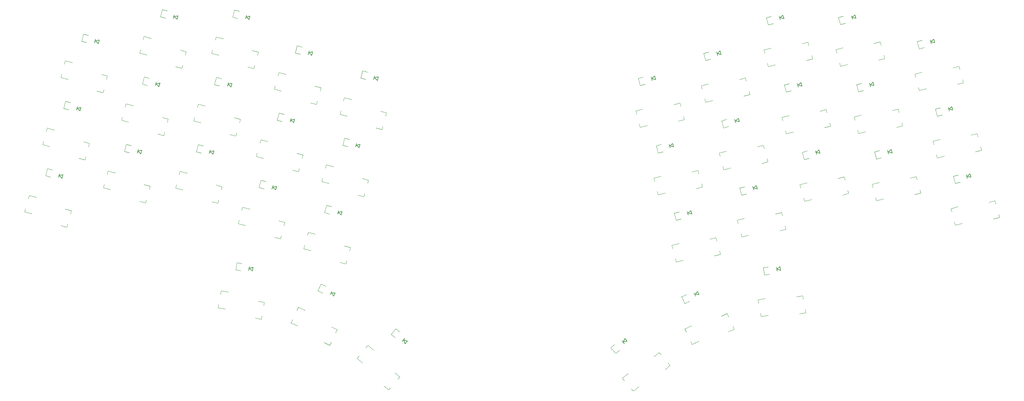
<source format=gbr>
%TF.GenerationSoftware,KiCad,Pcbnew,8.0.1*%
%TF.CreationDate,2024-04-02T20:58:10+09:00*%
%TF.ProjectId,lazyboy36,6c617a79-626f-4793-9336-2e6b69636164,rev?*%
%TF.SameCoordinates,Original*%
%TF.FileFunction,Legend,Bot*%
%TF.FilePolarity,Positive*%
%FSLAX46Y46*%
G04 Gerber Fmt 4.6, Leading zero omitted, Abs format (unit mm)*
G04 Created by KiCad (PCBNEW 8.0.1) date 2024-04-02 20:58:10*
%MOMM*%
%LPD*%
G01*
G04 APERTURE LIST*
%ADD10C,0.120000*%
%ADD11C,0.150000*%
G04 APERTURE END LIST*
D10*
%TO.C,SW21*%
X14690718Y-108885757D02*
X14936596Y-107968127D01*
X14690718Y-108885757D02*
X16622570Y-109403395D01*
X15907166Y-104345905D02*
X15661289Y-105263535D01*
X15907166Y-104345905D02*
X17839019Y-104863543D01*
X26203253Y-113057571D02*
X24561179Y-112617579D01*
X26203253Y-113057571D02*
X26436190Y-112188238D01*
X27419703Y-108517720D02*
X25777629Y-108077727D01*
X27419703Y-108517720D02*
X27173823Y-109435349D01*
%TO.C,SW4*%
X82860213Y-75284382D02*
X83106091Y-74366752D01*
X82860213Y-75284382D02*
X84792065Y-75802020D01*
X84076661Y-70744530D02*
X83830784Y-71662160D01*
X84076661Y-70744530D02*
X86008514Y-71262168D01*
X94372748Y-79456196D02*
X92730674Y-79016204D01*
X94372748Y-79456196D02*
X94605685Y-78586863D01*
X95589198Y-74916345D02*
X93947124Y-74476352D01*
X95589198Y-74916345D02*
X95343318Y-75833974D01*
%TO.C,SW24*%
X72999206Y-112086156D02*
X73245084Y-111168526D01*
X72999206Y-112086156D02*
X74931058Y-112603794D01*
X74215654Y-107546304D02*
X73969777Y-108463934D01*
X74215654Y-107546304D02*
X76147507Y-108063942D01*
X84511741Y-116257970D02*
X82869667Y-115817978D01*
X84511741Y-116257970D02*
X84744678Y-115388637D01*
X85728191Y-111718119D02*
X84086117Y-111278126D01*
X85728191Y-111718119D02*
X85482311Y-112635748D01*
%TO.C,SW29*%
X259325638Y-103705380D02*
X259092700Y-102836047D01*
X259325638Y-103705380D02*
X257683564Y-104145374D01*
X258109188Y-99165529D02*
X258355066Y-100083158D01*
X258109188Y-99165529D02*
X256467114Y-99605521D01*
X247269582Y-105848749D02*
X249201434Y-105331112D01*
X247269582Y-105848749D02*
X247023704Y-104931121D01*
X246053133Y-101308899D02*
X247984985Y-100791261D01*
X246053133Y-101308899D02*
X246299011Y-102226529D01*
%TO.C,SW25*%
X90882455Y-118948510D02*
X91128333Y-118030880D01*
X90882455Y-118948510D02*
X92814307Y-119466148D01*
X92098903Y-114408658D02*
X91853026Y-115326288D01*
X92098903Y-114408658D02*
X94030756Y-114926296D01*
X102394990Y-123120324D02*
X100752916Y-122680332D01*
X102394990Y-123120324D02*
X102627927Y-122250991D01*
X103611440Y-118580473D02*
X101969366Y-118140480D01*
X103611440Y-118580473D02*
X103365560Y-119498102D01*
%TO.C,SW26*%
X204640615Y-120428740D02*
X204407677Y-119559407D01*
X204640615Y-120428740D02*
X202998541Y-120868734D01*
X203424165Y-115888889D02*
X203670043Y-116806518D01*
X203424165Y-115888889D02*
X201782091Y-116328881D01*
X192584559Y-122572109D02*
X194516411Y-122054472D01*
X192584559Y-122572109D02*
X192338681Y-121654481D01*
X191368110Y-118032259D02*
X193299962Y-117514621D01*
X191368110Y-118032259D02*
X191613988Y-118949889D01*
%TO.C,SW16*%
X199710112Y-102027853D02*
X199477174Y-101158520D01*
X199710112Y-102027853D02*
X198068038Y-102467847D01*
X198493662Y-97488002D02*
X198739540Y-98405631D01*
X198493662Y-97488002D02*
X196851588Y-97927994D01*
X187654056Y-104171222D02*
X189585908Y-103653585D01*
X187654056Y-104171222D02*
X187408178Y-103253594D01*
X186437607Y-99631372D02*
X188369459Y-99113734D01*
X186437607Y-99631372D02*
X186683485Y-100549002D01*
%TO.C,SW14*%
X77929710Y-93685269D02*
X78175588Y-92767639D01*
X77929710Y-93685269D02*
X79861562Y-94202907D01*
X79146158Y-89145417D02*
X78900281Y-90063047D01*
X79146158Y-89145417D02*
X81078011Y-89663055D01*
X89442245Y-97857083D02*
X87800171Y-97417091D01*
X89442245Y-97857083D02*
X89675182Y-96987750D01*
X90658695Y-93317232D02*
X89016621Y-92877239D01*
X90658695Y-93317232D02*
X90412815Y-94234861D01*
%TO.C,SW9*%
X249464632Y-66903606D02*
X249231694Y-66034273D01*
X249464632Y-66903606D02*
X247822558Y-67343600D01*
X248248182Y-62363755D02*
X248494060Y-63281384D01*
X248248182Y-62363755D02*
X246606108Y-62803747D01*
X237408576Y-69046975D02*
X239340428Y-68529338D01*
X237408576Y-69046975D02*
X237162698Y-68129347D01*
X236192127Y-64507125D02*
X238123979Y-63989487D01*
X236192127Y-64507125D02*
X236438005Y-65424755D01*
%TO.C,SW12*%
X41127935Y-83824263D02*
X41373813Y-82906633D01*
X41127935Y-83824263D02*
X43059787Y-84341901D01*
X42344383Y-79284411D02*
X42098506Y-80202041D01*
X42344383Y-79284411D02*
X44276236Y-79802049D01*
X52640470Y-87996077D02*
X50998396Y-87556085D01*
X52640470Y-87996077D02*
X52873407Y-87126744D01*
X53856920Y-83456226D02*
X52214846Y-83016233D01*
X53856920Y-83456226D02*
X53611040Y-84373855D01*
%TO.C,SW1*%
X24551722Y-72083983D02*
X24797600Y-71166353D01*
X24551722Y-72083983D02*
X26483574Y-72601621D01*
X25768170Y-67544131D02*
X25522293Y-68461761D01*
X25768170Y-67544131D02*
X27700023Y-68061769D01*
X36064257Y-76255797D02*
X34422183Y-75815805D01*
X36064257Y-76255797D02*
X36297194Y-75386464D01*
X37280707Y-71715946D02*
X35638633Y-71275953D01*
X37280707Y-71715946D02*
X37034827Y-72633575D01*
%TO.C,SW6*%
X194779609Y-83626966D02*
X194546671Y-82757633D01*
X194779609Y-83626966D02*
X193137535Y-84066960D01*
X193563159Y-79087115D02*
X193809037Y-80004744D01*
X193563159Y-79087115D02*
X191921085Y-79527107D01*
X182723553Y-85770335D02*
X184655405Y-85252698D01*
X182723553Y-85770335D02*
X182477675Y-84852707D01*
X181507104Y-81230485D02*
X183438956Y-80712847D01*
X181507104Y-81230485D02*
X181752982Y-82148115D01*
%TO.C,SW10*%
X270971349Y-73564212D02*
X270738411Y-72694879D01*
X270971349Y-73564212D02*
X269329275Y-74004206D01*
X269754899Y-69024361D02*
X270000777Y-69941990D01*
X269754899Y-69024361D02*
X268112825Y-69464353D01*
X258915293Y-75707581D02*
X260847145Y-75189944D01*
X258915293Y-75707581D02*
X258669415Y-74789953D01*
X257698844Y-71167731D02*
X259630696Y-70650093D01*
X257698844Y-71167731D02*
X257944722Y-72085361D01*
%TO.C,SW17*%
X217593361Y-95165498D02*
X217360423Y-94296165D01*
X217593361Y-95165498D02*
X215951287Y-95605492D01*
X216376911Y-90625647D02*
X216622789Y-91543276D01*
X216376911Y-90625647D02*
X214734837Y-91065639D01*
X205537305Y-97308867D02*
X207469157Y-96791230D01*
X205537305Y-97308867D02*
X205291427Y-96391239D01*
X204320856Y-92769017D02*
X206252708Y-92251379D01*
X204320856Y-92769017D02*
X204566734Y-93686647D01*
%TO.C,SW35*%
X208401361Y-140921708D02*
X208021005Y-140106031D01*
X208401361Y-140921708D02*
X206860638Y-141640159D01*
X206415056Y-136662062D02*
X206816543Y-137523054D01*
X206415056Y-136662062D02*
X204874332Y-137380513D01*
X196900657Y-145126028D02*
X198713273Y-144280791D01*
X196900657Y-145126028D02*
X196499170Y-144265035D01*
X194914351Y-140866381D02*
X196726967Y-140021145D01*
X194914351Y-140866381D02*
X195315839Y-141727374D01*
%TO.C,SW28*%
X239630657Y-103806253D02*
X239397719Y-102936920D01*
X239630657Y-103806253D02*
X237988583Y-104246247D01*
X238414207Y-99266402D02*
X238660085Y-100184031D01*
X238414207Y-99266402D02*
X236772133Y-99706394D01*
X227574601Y-105949622D02*
X229506453Y-105431985D01*
X227574601Y-105949622D02*
X227328723Y-105031994D01*
X226358152Y-101409772D02*
X228290004Y-100892134D01*
X226358152Y-101409772D02*
X226604030Y-102327402D01*
%TO.C,SW3*%
X65753421Y-65524250D02*
X65999299Y-64606620D01*
X65753421Y-65524250D02*
X67685273Y-66041888D01*
X66969869Y-60984398D02*
X66723992Y-61902028D01*
X66969869Y-60984398D02*
X68901722Y-61502036D01*
X77265956Y-69696064D02*
X75623882Y-69256072D01*
X77265956Y-69696064D02*
X77498893Y-68826731D01*
X78482406Y-65156213D02*
X76840332Y-64716220D01*
X78482406Y-65156213D02*
X78236526Y-66073842D01*
%TO.C,SW31*%
X67485526Y-135076473D02*
X67650492Y-134140906D01*
X67485526Y-135076473D02*
X69455142Y-135423770D01*
X68301673Y-130447877D02*
X68136707Y-131383444D01*
X68301673Y-130447877D02*
X70271288Y-130795173D01*
X79317850Y-138229029D02*
X77643677Y-137933827D01*
X79317850Y-138229029D02*
X79474133Y-137342702D01*
X80133997Y-133600433D02*
X78459823Y-133305231D01*
X80133997Y-133600433D02*
X79969031Y-134536000D01*
%TO.C,SW32*%
X87401010Y-139209240D02*
X87802497Y-138348248D01*
X87401010Y-139209240D02*
X89213625Y-140054477D01*
X89387316Y-134949593D02*
X88985828Y-135810586D01*
X89387316Y-134949593D02*
X91199931Y-135794830D01*
X98014216Y-145316806D02*
X96473492Y-144598355D01*
X98014216Y-145316806D02*
X98394572Y-144501129D01*
X100000520Y-141057159D02*
X98459798Y-140338708D01*
X100000520Y-141057159D02*
X99599034Y-141918152D01*
%TO.C,SW23*%
X55892414Y-102326024D02*
X56138292Y-101408394D01*
X55892414Y-102326024D02*
X57824266Y-102843662D01*
X57108862Y-97786172D02*
X56862985Y-98703802D01*
X57108862Y-97786172D02*
X59040715Y-98303810D01*
X67404949Y-106497838D02*
X65762875Y-106057846D01*
X67404949Y-106497838D02*
X67637886Y-105628505D01*
X68621399Y-101957987D02*
X66979325Y-101517994D01*
X68621399Y-101957987D02*
X68375519Y-102875616D01*
%TO.C,SW22*%
X36197432Y-102225150D02*
X36443310Y-101307520D01*
X36197432Y-102225150D02*
X38129284Y-102742788D01*
X37413880Y-97685298D02*
X37168003Y-98602928D01*
X37413880Y-97685298D02*
X39345733Y-98202936D01*
X47709967Y-106396964D02*
X46067893Y-105956972D01*
X47709967Y-106396964D02*
X47942904Y-105527631D01*
X48926417Y-101857113D02*
X47284343Y-101417120D01*
X48926417Y-101857113D02*
X48680537Y-102774742D01*
%TO.C,SW34*%
X190892527Y-150876965D02*
X190314018Y-150187525D01*
X190892527Y-150876965D02*
X189590251Y-151969704D01*
X187871425Y-147276557D02*
X188482073Y-148004299D01*
X187871425Y-147276557D02*
X186569149Y-148369295D01*
X180871858Y-157914628D02*
X182403946Y-156629052D01*
X180871858Y-157914628D02*
X180261209Y-157186885D01*
X177850756Y-154314219D02*
X179382845Y-153028643D01*
X177850756Y-154314219D02*
X178461404Y-155041961D01*
%TO.C,SW19*%
X254395135Y-85304493D02*
X254162197Y-84435160D01*
X254395135Y-85304493D02*
X252753061Y-85744487D01*
X253178685Y-80764642D02*
X253424563Y-81682271D01*
X253178685Y-80764642D02*
X251536611Y-81204634D01*
X242339079Y-87447862D02*
X244270931Y-86930225D01*
X242339079Y-87447862D02*
X242093201Y-86530234D01*
X241122630Y-82908012D02*
X243054482Y-82390374D01*
X241122630Y-82908012D02*
X241368508Y-83825642D01*
%TO.C,SW7*%
X212662858Y-76764611D02*
X212429920Y-75895278D01*
X212662858Y-76764611D02*
X211020784Y-77204605D01*
X211446408Y-72224760D02*
X211692286Y-73142389D01*
X211446408Y-72224760D02*
X209804334Y-72664752D01*
X200606802Y-78907980D02*
X202538654Y-78390343D01*
X200606802Y-78907980D02*
X200360924Y-77990352D01*
X199390353Y-74368130D02*
X201322205Y-73850492D01*
X199390353Y-74368130D02*
X199636231Y-75285760D01*
%TO.C,SW13*%
X60822917Y-83925137D02*
X61068795Y-83007507D01*
X60822917Y-83925137D02*
X62754769Y-84442775D01*
X62039365Y-79385285D02*
X61793488Y-80302915D01*
X62039365Y-79385285D02*
X63971218Y-79902923D01*
X72335452Y-88096951D02*
X70693378Y-87656959D01*
X72335452Y-88096951D02*
X72568389Y-87227618D01*
X73551902Y-83557100D02*
X71909828Y-83117107D01*
X73551902Y-83557100D02*
X73306022Y-84474729D01*
%TO.C,SW2*%
X46058439Y-65423376D02*
X46304317Y-64505746D01*
X46058439Y-65423376D02*
X47990291Y-65941014D01*
X47274887Y-60883524D02*
X47029010Y-61801154D01*
X47274887Y-60883524D02*
X49206740Y-61401162D01*
X57570974Y-69595190D02*
X55928900Y-69155198D01*
X57570974Y-69595190D02*
X57803911Y-68725857D01*
X58787424Y-65055339D02*
X57145350Y-64615346D01*
X58787424Y-65055339D02*
X58541544Y-65972968D01*
%TO.C,SW33*%
X105393496Y-148915469D02*
X106004144Y-148187727D01*
X105393496Y-148915469D02*
X106925585Y-150201044D01*
X108414598Y-145315060D02*
X107803950Y-146042802D01*
X108414598Y-145315060D02*
X109946687Y-146600635D01*
X114064311Y-157561825D02*
X112762036Y-156469086D01*
X114064311Y-157561825D02*
X114642820Y-156872385D01*
X117085413Y-153961416D02*
X115783138Y-152868677D01*
X117085413Y-153961416D02*
X116474765Y-154689158D01*
%TO.C,SW18*%
X234700153Y-85405366D02*
X234467215Y-84536033D01*
X234700153Y-85405366D02*
X233058079Y-85845360D01*
X233483703Y-80865515D02*
X233729581Y-81783144D01*
X233483703Y-80865515D02*
X231841629Y-81305507D01*
X222644097Y-87548735D02*
X224575949Y-87031098D01*
X222644097Y-87548735D02*
X222398219Y-86631107D01*
X221427648Y-83008885D02*
X223359500Y-82491247D01*
X221427648Y-83008885D02*
X221673526Y-83926515D01*
%TO.C,SW15*%
X95812959Y-100547623D02*
X96058837Y-99629993D01*
X95812959Y-100547623D02*
X97744811Y-101065261D01*
X97029407Y-96007771D02*
X96783530Y-96925401D01*
X97029407Y-96007771D02*
X98961260Y-96525409D01*
X107325494Y-104719437D02*
X105683420Y-104279445D01*
X107325494Y-104719437D02*
X107558431Y-103850104D01*
X108541944Y-100179586D02*
X106899870Y-99739593D01*
X108541944Y-100179586D02*
X108296064Y-101097215D01*
%TO.C,SW11*%
X19621220Y-90484870D02*
X19867098Y-89567240D01*
X19621220Y-90484870D02*
X21553072Y-91002508D01*
X20837668Y-85945018D02*
X20591791Y-86862648D01*
X20837668Y-85945018D02*
X22769521Y-86462656D01*
X31133755Y-94656684D02*
X29491681Y-94216692D01*
X31133755Y-94656684D02*
X31366692Y-93787351D01*
X32350205Y-90116833D02*
X30708131Y-89676840D01*
X32350205Y-90116833D02*
X32104325Y-91034462D01*
%TO.C,SW27*%
X222523864Y-113566385D02*
X222290926Y-112697052D01*
X222523864Y-113566385D02*
X220881790Y-114006379D01*
X221307414Y-109026534D02*
X221553292Y-109944163D01*
X221307414Y-109026534D02*
X219665340Y-109466526D01*
X210467808Y-115709754D02*
X212399660Y-115192117D01*
X210467808Y-115709754D02*
X210221930Y-114792126D01*
X209251359Y-111169904D02*
X211183211Y-110652266D01*
X209251359Y-111169904D02*
X209497237Y-112087534D01*
%TO.C,SW20*%
X275901852Y-91965099D02*
X275668914Y-91095766D01*
X275901852Y-91965099D02*
X274259778Y-92405093D01*
X274685402Y-87425248D02*
X274931280Y-88342877D01*
X274685402Y-87425248D02*
X273043328Y-87865240D01*
X263845796Y-94108468D02*
X265777648Y-93590831D01*
X263845796Y-94108468D02*
X263599918Y-93190840D01*
X262629347Y-89568618D02*
X264561199Y-89050980D01*
X262629347Y-89568618D02*
X262875225Y-90486248D01*
%TO.C,SW30*%
X280832353Y-110365987D02*
X280599415Y-109496654D01*
X280832353Y-110365987D02*
X279190279Y-110805981D01*
X279615903Y-105826136D02*
X279861781Y-106743765D01*
X279615903Y-105826136D02*
X277973829Y-106266128D01*
X268776297Y-112509356D02*
X270708149Y-111991719D01*
X268776297Y-112509356D02*
X268530419Y-111591728D01*
X267559848Y-107969506D02*
X269491700Y-107451868D01*
X267559848Y-107969506D02*
X267805726Y-108887136D01*
%TO.C,SW8*%
X229769650Y-67004479D02*
X229536712Y-66135146D01*
X229769650Y-67004479D02*
X228127576Y-67444473D01*
X228553200Y-62464628D02*
X228799078Y-63382257D01*
X228553200Y-62464628D02*
X226911126Y-62904620D01*
X217713594Y-69147848D02*
X219645446Y-68630211D01*
X217713594Y-69147848D02*
X217467716Y-68230220D01*
X216497145Y-64607998D02*
X218428997Y-64090360D01*
X216497145Y-64607998D02*
X216743023Y-65525628D01*
%TO.C,SW5*%
X100743462Y-82146736D02*
X100989340Y-81229106D01*
X100743462Y-82146736D02*
X102675314Y-82664374D01*
X101959910Y-77606884D02*
X101714033Y-78524514D01*
X101959910Y-77606884D02*
X103891763Y-78124522D01*
X112255997Y-86318550D02*
X110613923Y-85878558D01*
X112255997Y-86318550D02*
X112488934Y-85449217D01*
X113472447Y-81778699D02*
X111830373Y-81338706D01*
X113472447Y-81778699D02*
X113226567Y-82696328D01*
%TO.C,SW36*%
X227914128Y-136423220D02*
X227757844Y-135536893D01*
X227914128Y-136423220D02*
X226239954Y-136718422D01*
X227097981Y-131794624D02*
X227262947Y-132730191D01*
X227097981Y-131794624D02*
X225423808Y-132089826D01*
X215717142Y-137507680D02*
X217686758Y-137160384D01*
X215717142Y-137507680D02*
X215552177Y-136572115D01*
X214900996Y-132879083D02*
X216870611Y-132531787D01*
X214900996Y-132879083D02*
X215065962Y-133814651D01*
D11*
%TO.C,D26*%
X196839644Y-109474523D02*
X195840902Y-109224498D01*
X196580825Y-108508598D02*
X196839644Y-109474523D01*
X195840902Y-109224498D02*
X196580825Y-108508598D01*
X195614900Y-108767417D02*
X195873719Y-109733342D01*
D10*
X193388188Y-108829860D02*
X192038789Y-109191430D01*
X192564710Y-111154191D02*
X193914108Y-110792621D01*
X192038789Y-109191430D02*
X192564710Y-111154191D01*
D11*
%TO.C,D17*%
X209792389Y-84211282D02*
X208793647Y-83961257D01*
X209533570Y-83245357D02*
X209792389Y-84211282D01*
X208793647Y-83961257D02*
X209533570Y-83245357D01*
X208567645Y-83504176D02*
X208826464Y-84470101D01*
D10*
X206340933Y-83566619D02*
X204991534Y-83928189D01*
X205517455Y-85890950D02*
X206866853Y-85529380D01*
X204991534Y-83928189D02*
X205517455Y-85890950D01*
%TO.C,D31*%
X72292957Y-124719934D02*
X73668733Y-124962522D01*
X72645810Y-122718806D02*
X72292957Y-124719934D01*
X74021587Y-122961393D02*
X72645810Y-122718806D01*
D11*
X76066062Y-123845850D02*
X75892415Y-124830657D01*
X76077719Y-124355617D02*
X77050869Y-124019497D01*
X76877222Y-125004304D02*
X76077719Y-124355617D01*
X77050869Y-124019497D02*
X76877222Y-125004304D01*
%TO.C,D34*%
X179193994Y-144245907D02*
X178183160Y-144441394D01*
X178551206Y-143479863D02*
X179193994Y-144245907D01*
X178183160Y-144441394D02*
X178551206Y-143479863D01*
X177785162Y-144122651D02*
X178427950Y-144888695D01*
D10*
X176029446Y-147574869D02*
X177099610Y-146676895D01*
X175793465Y-145120292D02*
X174723301Y-146018267D01*
X174723301Y-146018267D02*
X176029446Y-147574869D01*
D11*
%TO.C,D7*%
X204861886Y-65810395D02*
X203863144Y-65560370D01*
X204603067Y-64844470D02*
X204861886Y-65810395D01*
X203863144Y-65560370D02*
X204603067Y-64844470D01*
X203637142Y-65103289D02*
X203895961Y-66069214D01*
D10*
X201410430Y-65165732D02*
X200061031Y-65527302D01*
X200586952Y-67490063D02*
X201936350Y-67128493D01*
X200061031Y-65527302D02*
X200586952Y-67490063D01*
D11*
%TO.C,D30*%
X273031381Y-99411771D02*
X272032639Y-99161746D01*
X272772562Y-98445846D02*
X273031381Y-99411771D01*
X272032639Y-99161746D02*
X272772562Y-98445846D01*
X271806637Y-98704665D02*
X272065456Y-99670590D01*
D10*
X269579925Y-98767108D02*
X268230526Y-99128678D01*
X268756447Y-101091439D02*
X270105845Y-100729869D01*
X268230526Y-99128678D02*
X268756447Y-101091439D01*
D11*
%TO.C,D20*%
X268100878Y-81010884D02*
X267102136Y-80760859D01*
X267842059Y-80044959D02*
X268100878Y-81010884D01*
X267102136Y-80760859D02*
X267842059Y-80044959D01*
X266876134Y-80303778D02*
X267134953Y-81269703D01*
D10*
X264649422Y-80366221D02*
X263300023Y-80727791D01*
X263825944Y-82690552D02*
X265175342Y-82328982D01*
X263300023Y-80727791D02*
X263825944Y-82690552D01*
%TO.C,D24*%
X78690973Y-102188023D02*
X80040372Y-102549593D01*
X79216894Y-100225262D02*
X78690973Y-102188023D01*
X80566292Y-100586832D02*
X79216894Y-100225262D01*
D11*
X82493086Y-102154955D02*
X83491828Y-101904930D01*
X82525903Y-101646111D02*
X82267084Y-102612036D01*
X83233009Y-102870855D02*
X82493086Y-102154955D01*
X83491828Y-101904930D02*
X83233009Y-102870855D01*
%TO.C,D18*%
X226899182Y-74451150D02*
X225900440Y-74201125D01*
X226640363Y-73485225D02*
X226899182Y-74451150D01*
X225900440Y-74201125D02*
X226640363Y-73485225D01*
X225674438Y-73744044D02*
X225933257Y-74709969D01*
D10*
X223447726Y-73806487D02*
X222098327Y-74168057D01*
X222624248Y-76130818D02*
X223973646Y-75769248D01*
X222098327Y-74168057D02*
X222624248Y-76130818D01*
D11*
%TO.C,D9*%
X241663660Y-55949390D02*
X240664918Y-55699365D01*
X241404841Y-54983465D02*
X241663660Y-55949390D01*
X240664918Y-55699365D02*
X241404841Y-54983465D01*
X240438916Y-55242284D02*
X240697735Y-56208209D01*
D10*
X238212204Y-55304727D02*
X236862805Y-55666297D01*
X237388726Y-57629058D02*
X238738124Y-57267488D01*
X236862805Y-55666297D02*
X237388726Y-57629058D01*
D11*
%TO.C,D35*%
X198816724Y-131488536D02*
X197789738Y-131415738D01*
X198394106Y-130582228D02*
X198816724Y-131488536D01*
X197789738Y-131415738D02*
X198394106Y-130582228D01*
X197487798Y-131004846D02*
X197910416Y-131911154D01*
D10*
X195305758Y-131453005D02*
X194039646Y-132043403D01*
X194898406Y-133885020D02*
X196164518Y-133294622D01*
X194039646Y-132043403D02*
X194898406Y-133885020D01*
%TO.C,D12*%
X46819702Y-73926130D02*
X48169101Y-74287700D01*
X47345623Y-71963369D02*
X46819702Y-73926130D01*
X48695021Y-72324939D02*
X47345623Y-71963369D01*
D11*
X50621815Y-73893062D02*
X51620557Y-73643037D01*
X50654632Y-73384218D02*
X50395813Y-74350143D01*
X51361738Y-74608962D02*
X50621815Y-73893062D01*
X51620557Y-73643037D02*
X51361738Y-74608962D01*
%TO.C,D27*%
X214722892Y-102612169D02*
X213724150Y-102362144D01*
X214464073Y-101646244D02*
X214722892Y-102612169D01*
X213724150Y-102362144D02*
X214464073Y-101646244D01*
X213498148Y-101905063D02*
X213756967Y-102870988D01*
D10*
X211271436Y-101967506D02*
X209922037Y-102329076D01*
X210447958Y-104291837D02*
X211797356Y-103930267D01*
X209922037Y-102329076D02*
X210447958Y-104291837D01*
%TO.C,D5*%
X106435229Y-72248603D02*
X107784628Y-72610173D01*
X106961150Y-70285842D02*
X106435229Y-72248603D01*
X108310548Y-70647412D02*
X106961150Y-70285842D01*
D11*
X110237342Y-72215535D02*
X111236084Y-71965510D01*
X110270159Y-71706691D02*
X110011340Y-72672616D01*
X110977265Y-72931435D02*
X110237342Y-72215535D01*
X111236084Y-71965510D02*
X110977265Y-72931435D01*
%TO.C,D28*%
X231829683Y-92852037D02*
X230830941Y-92602012D01*
X231570864Y-91886112D02*
X231829683Y-92852037D01*
X230830941Y-92602012D02*
X231570864Y-91886112D01*
X230604939Y-92144931D02*
X230863758Y-93110856D01*
D10*
X228378227Y-92207374D02*
X227028828Y-92568944D01*
X227554749Y-94531705D02*
X228904147Y-94170135D01*
X227028828Y-92568944D02*
X227554749Y-94531705D01*
%TO.C,D4*%
X88551980Y-65386249D02*
X89901379Y-65747819D01*
X89077901Y-63423488D02*
X88551980Y-65386249D01*
X90427299Y-63785058D02*
X89077901Y-63423488D01*
D11*
X92354093Y-65353181D02*
X93352835Y-65103156D01*
X92386910Y-64844337D02*
X92128091Y-65810262D01*
X93094016Y-66069081D02*
X92354093Y-65353181D01*
X93352835Y-65103156D02*
X93094016Y-66069081D01*
D10*
%TO.C,D13*%
X66514685Y-74027004D02*
X67864084Y-74388574D01*
X67040606Y-72064243D02*
X66514685Y-74027004D01*
X68390004Y-72425813D02*
X67040606Y-72064243D01*
D11*
X70316798Y-73993936D02*
X71315540Y-73743911D01*
X70349615Y-73485092D02*
X70090796Y-74451017D01*
X71056721Y-74709836D02*
X70316798Y-73993936D01*
X71315540Y-73743911D02*
X71056721Y-74709836D01*
%TO.C,D29*%
X251524667Y-92751163D02*
X250525925Y-92501138D01*
X251265848Y-91785238D02*
X251524667Y-92751163D01*
X250525925Y-92501138D02*
X251265848Y-91785238D01*
X250299923Y-92044057D02*
X250558742Y-93009982D01*
D10*
X248073211Y-92106500D02*
X246723812Y-92468070D01*
X247249733Y-94430831D02*
X248599131Y-94069261D01*
X246723812Y-92468070D02*
X247249733Y-94430831D01*
%TO.C,D33*%
X114735122Y-142350159D02*
X115805286Y-143248134D01*
X116041267Y-140793557D02*
X114735122Y-142350159D01*
X117111431Y-141691531D02*
X116041267Y-140793557D01*
D11*
X118194981Y-143927032D02*
X119205815Y-144122519D01*
X118439771Y-143479731D02*
X117796983Y-144245775D01*
X118563027Y-144888563D02*
X118194981Y-143927032D01*
X119205815Y-144122519D02*
X118563027Y-144888563D01*
D10*
%TO.C,D2*%
X51750205Y-55525243D02*
X53099604Y-55886813D01*
X52276126Y-53562482D02*
X51750205Y-55525243D01*
X53625524Y-53924052D02*
X52276126Y-53562482D01*
D11*
X55552318Y-55492175D02*
X56551060Y-55242150D01*
X55585135Y-54983331D02*
X55326316Y-55949256D01*
X56292241Y-56208075D02*
X55552318Y-55492175D01*
X56551060Y-55242150D02*
X56292241Y-56208075D01*
D10*
%TO.C,D23*%
X61584183Y-92427891D02*
X62933582Y-92789461D01*
X62110104Y-90465130D02*
X61584183Y-92427891D01*
X63459502Y-90826700D02*
X62110104Y-90465130D01*
D11*
X65386296Y-92394823D02*
X66385038Y-92144798D01*
X65419113Y-91885979D02*
X65160294Y-92851904D01*
X66126219Y-93110723D02*
X65386296Y-92394823D01*
X66385038Y-92144798D02*
X66126219Y-93110723D01*
D10*
%TO.C,D25*%
X96574222Y-109050377D02*
X97923621Y-109411947D01*
X97100143Y-107087616D02*
X96574222Y-109050377D01*
X98449541Y-107449186D02*
X97100143Y-107087616D01*
D11*
X100376335Y-109017309D02*
X101375077Y-108767284D01*
X100409152Y-108508465D02*
X100150333Y-109474390D01*
X101116258Y-109733209D02*
X100376335Y-109017309D01*
X101375077Y-108767284D02*
X101116258Y-109733209D01*
%TO.C,D10*%
X263170376Y-62609996D02*
X262171634Y-62359971D01*
X262911557Y-61644071D02*
X263170376Y-62609996D01*
X262171634Y-62359971D02*
X262911557Y-61644071D01*
X261945632Y-61902890D02*
X262204451Y-62868815D01*
D10*
X259718920Y-61965333D02*
X258369521Y-62326903D01*
X258895442Y-64289664D02*
X260244840Y-63928094D01*
X258369521Y-62326903D02*
X258895442Y-64289664D01*
%TO.C,D22*%
X41889199Y-92327017D02*
X43238598Y-92688587D01*
X42415120Y-90364256D02*
X41889199Y-92327017D01*
X43764518Y-90725826D02*
X42415120Y-90364256D01*
D11*
X45691312Y-92293949D02*
X46690054Y-92043924D01*
X45724129Y-91785105D02*
X45465310Y-92751030D01*
X46431235Y-93009849D02*
X45691312Y-92293949D01*
X46690054Y-92043924D02*
X46431235Y-93009849D01*
D10*
%TO.C,D15*%
X101504725Y-90649490D02*
X102854124Y-91011060D01*
X102030646Y-88686729D02*
X101504725Y-90649490D01*
X103380044Y-89048299D02*
X102030646Y-88686729D01*
D11*
X105306838Y-90616422D02*
X106305580Y-90366397D01*
X105339655Y-90107578D02*
X105080836Y-91073503D01*
X106046761Y-91332322D02*
X105306838Y-90616422D01*
X106305580Y-90366397D02*
X106046761Y-91332322D01*
D10*
%TO.C,D21*%
X20382485Y-98987624D02*
X21731884Y-99349194D01*
X20908406Y-97024863D02*
X20382485Y-98987624D01*
X22257804Y-97386433D02*
X20908406Y-97024863D01*
D11*
X24184598Y-98954556D02*
X25183340Y-98704531D01*
X24217415Y-98445712D02*
X23958596Y-99411637D01*
X24924521Y-99670456D02*
X24184598Y-98954556D01*
X25183340Y-98704531D02*
X24924521Y-99670456D01*
%TO.C,D16*%
X191909140Y-91073637D02*
X190910398Y-90823612D01*
X191650321Y-90107712D02*
X191909140Y-91073637D01*
X190910398Y-90823612D02*
X191650321Y-90107712D01*
X190684396Y-90366531D02*
X190943215Y-91332456D01*
D10*
X188457684Y-90428974D02*
X187108285Y-90790544D01*
X187634206Y-92753305D02*
X188983604Y-92391735D01*
X187108285Y-90790544D02*
X187634206Y-92753305D01*
D11*
%TO.C,D19*%
X246594163Y-74350277D02*
X245595421Y-74100252D01*
X246335344Y-73384352D02*
X246594163Y-74350277D01*
X245595421Y-74100252D02*
X246335344Y-73384352D01*
X245369419Y-73643171D02*
X245628238Y-74609096D01*
D10*
X243142707Y-73705614D02*
X241793308Y-74067184D01*
X242319229Y-76029945D02*
X243668627Y-75668375D01*
X241793308Y-74067184D02*
X242319229Y-76029945D01*
%TO.C,D32*%
X94725100Y-130449846D02*
X95991212Y-131040244D01*
X95583860Y-128608229D02*
X94725100Y-130449846D01*
X96849972Y-129198627D02*
X95583860Y-128608229D01*
D11*
X98475192Y-131077511D02*
X99502178Y-131004713D01*
X98595870Y-130582095D02*
X98173252Y-131488403D01*
X99079560Y-131911021D02*
X98475192Y-131077511D01*
X99502178Y-131004713D02*
X99079560Y-131911021D01*
D10*
%TO.C,D14*%
X83621476Y-83787136D02*
X84970875Y-84148706D01*
X84147397Y-81824375D02*
X83621476Y-83787136D01*
X85496795Y-82185945D02*
X84147397Y-81824375D01*
D11*
X87423589Y-83754068D02*
X88422331Y-83504043D01*
X87456406Y-83245224D02*
X87197587Y-84211149D01*
X88163512Y-84469968D02*
X87423589Y-83754068D01*
X88422331Y-83504043D02*
X88163512Y-84469968D01*
D10*
%TO.C,D1*%
X30243491Y-62185850D02*
X31592890Y-62547420D01*
X30769412Y-60223089D02*
X30243491Y-62185850D01*
X32118810Y-60584659D02*
X30769412Y-60223089D01*
D11*
X34045604Y-62152782D02*
X35044346Y-61902757D01*
X34078421Y-61643938D02*
X33819602Y-62609863D01*
X34785527Y-62868682D02*
X34045604Y-62152782D01*
X35044346Y-61902757D02*
X34785527Y-62868682D01*
D10*
%TO.C,D3*%
X71445187Y-55626117D02*
X72794586Y-55987687D01*
X71971108Y-53663356D02*
X71445187Y-55626117D01*
X73320506Y-54024926D02*
X71971108Y-53663356D01*
D11*
X75247300Y-55593049D02*
X76246042Y-55343024D01*
X75280117Y-55084205D02*
X75021298Y-56050130D01*
X75987223Y-56308949D02*
X75247300Y-55593049D01*
X76246042Y-55343024D02*
X75987223Y-56308949D01*
%TO.C,D8*%
X221968678Y-56050263D02*
X220969936Y-55800238D01*
X221709859Y-55084338D02*
X221968678Y-56050263D01*
X220969936Y-55800238D02*
X221709859Y-55084338D01*
X220743934Y-55343157D02*
X221002753Y-56309082D01*
D10*
X218517222Y-55405600D02*
X217167823Y-55767170D01*
X217693744Y-57729931D02*
X219043142Y-57368361D01*
X217167823Y-55767170D02*
X217693744Y-57729931D01*
D11*
%TO.C,D36*%
X221097562Y-124830791D02*
X220124412Y-124494671D01*
X220923915Y-123845984D02*
X221097562Y-124830791D01*
X220124412Y-124494671D02*
X220923915Y-123845984D01*
X219939108Y-124019631D02*
X220112755Y-125004438D01*
D10*
X217715426Y-123887766D02*
X216339650Y-124130354D01*
X216692503Y-126131482D02*
X218068280Y-125888895D01*
X216339650Y-124130354D02*
X216692503Y-126131482D01*
%TO.C,D11*%
X25312988Y-80586737D02*
X26662387Y-80948307D01*
X25838909Y-78623976D02*
X25312988Y-80586737D01*
X27188307Y-78985546D02*
X25838909Y-78623976D01*
D11*
X29115101Y-80553669D02*
X30113843Y-80303644D01*
X29147918Y-80044825D02*
X28889099Y-81010750D01*
X29855024Y-81269569D02*
X29115101Y-80553669D01*
X30113843Y-80303644D02*
X29855024Y-81269569D01*
%TO.C,D6*%
X186978637Y-72672750D02*
X185979895Y-72422725D01*
X186719818Y-71706825D02*
X186978637Y-72672750D01*
X185979895Y-72422725D02*
X186719818Y-71706825D01*
X185753893Y-71965644D02*
X186012712Y-72931569D01*
D10*
X183527181Y-72028087D02*
X182177782Y-72389657D01*
X182703703Y-74352418D02*
X184053101Y-73990848D01*
X182177782Y-72389657D02*
X182703703Y-74352418D01*
%TD*%
M02*

</source>
